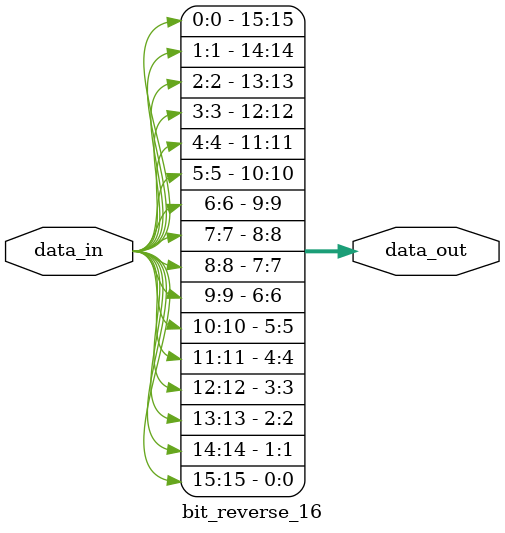
<source format=sv>
module bit_reverse_16 (
    input  logic [15:0] data_in,
    output logic [15:0] data_out
);

    // Прямое побитовое обращение через конкатенацию
    assign data_out = { data_in[0],  data_in[1],  data_in[2],  data_in[3],
                        data_in[4],  data_in[5],  data_in[6],  data_in[7],
                        data_in[8],  data_in[9],  data_in[10], data_in[11],
                        data_in[12], data_in[13], data_in[14], data_in[15] };

    // Альтернативный вариант через generate (более масштабируемый)
    /*
    genvar i;
    generate
        for (i = 0; i < 16; i = i + 1) begin : rev
            assign data_out[i] = data_in[15-i];
        end
    endgenerate
    */

endmodule

</source>
